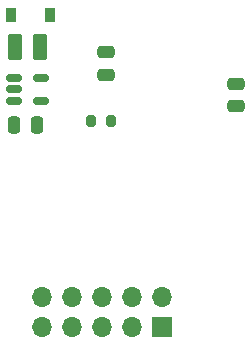
<source format=gbr>
%TF.GenerationSoftware,KiCad,Pcbnew,6.0.5+dfsg-1*%
%TF.CreationDate,2022-06-06T15:17:50+08:00*%
%TF.ProjectId,pcb-backbox,7063622d-6261-4636-9b62-6f782e6b6963,rev?*%
%TF.SameCoordinates,Original*%
%TF.FileFunction,Soldermask,Top*%
%TF.FilePolarity,Negative*%
%FSLAX46Y46*%
G04 Gerber Fmt 4.6, Leading zero omitted, Abs format (unit mm)*
G04 Created by KiCad (PCBNEW 6.0.5+dfsg-1) date 2022-06-06 15:17:50*
%MOMM*%
%LPD*%
G01*
G04 APERTURE LIST*
G04 Aperture macros list*
%AMRoundRect*
0 Rectangle with rounded corners*
0 $1 Rounding radius*
0 $2 $3 $4 $5 $6 $7 $8 $9 X,Y pos of 4 corners*
0 Add a 4 corners polygon primitive as box body*
4,1,4,$2,$3,$4,$5,$6,$7,$8,$9,$2,$3,0*
0 Add four circle primitives for the rounded corners*
1,1,$1+$1,$2,$3*
1,1,$1+$1,$4,$5*
1,1,$1+$1,$6,$7*
1,1,$1+$1,$8,$9*
0 Add four rect primitives between the rounded corners*
20,1,$1+$1,$2,$3,$4,$5,0*
20,1,$1+$1,$4,$5,$6,$7,0*
20,1,$1+$1,$6,$7,$8,$9,0*
20,1,$1+$1,$8,$9,$2,$3,0*%
G04 Aperture macros list end*
%ADD10R,1.700000X1.700000*%
%ADD11O,1.700000X1.700000*%
%ADD12RoundRect,0.250000X0.250000X0.475000X-0.250000X0.475000X-0.250000X-0.475000X0.250000X-0.475000X0*%
%ADD13RoundRect,0.250000X0.475000X-0.250000X0.475000X0.250000X-0.475000X0.250000X-0.475000X-0.250000X0*%
%ADD14RoundRect,0.150000X-0.512500X-0.150000X0.512500X-0.150000X0.512500X0.150000X-0.512500X0.150000X0*%
%ADD15RoundRect,0.250000X0.375000X0.850000X-0.375000X0.850000X-0.375000X-0.850000X0.375000X-0.850000X0*%
%ADD16RoundRect,0.200000X0.200000X0.275000X-0.200000X0.275000X-0.200000X-0.275000X0.200000X-0.275000X0*%
%ADD17R,0.900000X1.200000*%
G04 APERTURE END LIST*
D10*
%TO.C,J1*%
X135630000Y-115590000D03*
D11*
X135630000Y-113050000D03*
X133090000Y-115590000D03*
X133090000Y-113050000D03*
X130550000Y-115590000D03*
X130550000Y-113050000D03*
X128010000Y-115590000D03*
X128010000Y-113050000D03*
X125470000Y-115590000D03*
X125470000Y-113050000D03*
%TD*%
D12*
%TO.C,C1*%
X125050000Y-98500000D03*
X123150000Y-98500000D03*
%TD*%
D13*
%TO.C,C3*%
X141950000Y-96900000D03*
X141950000Y-95000000D03*
%TD*%
%TO.C,C2*%
X130900000Y-94250000D03*
X130900000Y-92350000D03*
%TD*%
D14*
%TO.C,U1*%
X123112500Y-94550000D03*
X123112500Y-95500000D03*
X123112500Y-96450000D03*
X125387500Y-96450000D03*
X125387500Y-94550000D03*
%TD*%
D15*
%TO.C,L1*%
X125325000Y-91900000D03*
X123175000Y-91900000D03*
%TD*%
D16*
%TO.C,R1*%
X131325000Y-98200000D03*
X129675000Y-98200000D03*
%TD*%
D17*
%TO.C,D1*%
X126200000Y-89200000D03*
X122900000Y-89200000D03*
%TD*%
M02*

</source>
